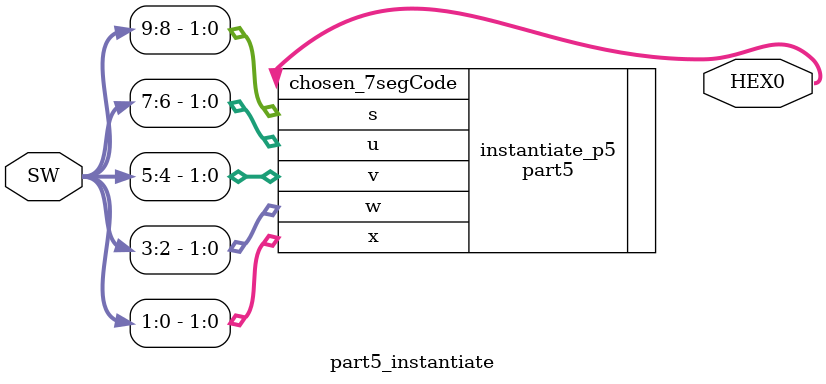
<source format=v>
module part5_instantiate(SW,HEX0);

	input[9:0] SW;
	output [6:0] HEX0;
	part5 instantiate_p5 (.s(SW[9:8]),.u(SW[7:6]),.v(SW[5:4]),.w(SW[3:2]),.x(SW[1:0])
							,.chosen_7segCode(HEX0));
	
endmodule
</source>
